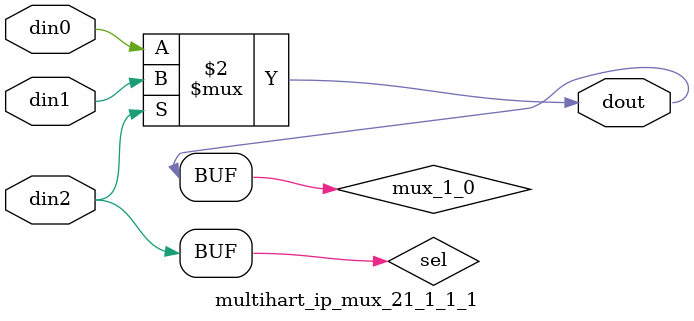
<source format=v>

`timescale 1ns/1ps

module multihart_ip_mux_21_1_1_1 #(
parameter
    ID                = 0,
    NUM_STAGE         = 1,
    din0_WIDTH       = 32,
    din1_WIDTH       = 32,
    din2_WIDTH         = 32,
    dout_WIDTH            = 32
)(
    input  [0 : 0]     din0,
    input  [0 : 0]     din1,
    input  [0 : 0]    din2,
    output [0 : 0]   dout);

// puts internal signals
wire [0 : 0]     sel;
// level 1 signals
wire [0 : 0]         mux_1_0;

assign sel = din2;

// Generate level 1 logic
assign mux_1_0 = (sel[0] == 0)? din0 : din1;

// output logic
assign dout = mux_1_0;

endmodule

</source>
